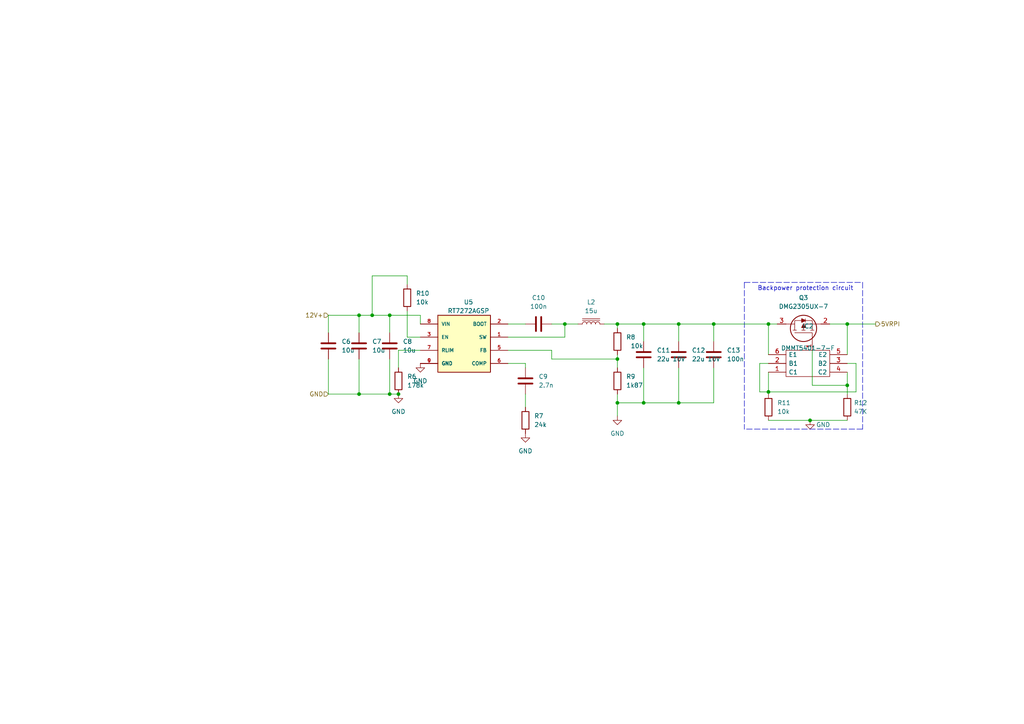
<source format=kicad_sch>
(kicad_sch (version 20211123) (generator eeschema)
  (paper "A4")
  (lib_symbols
    (symbol "Device:C" (pin_numbers hide) (pin_names (offset 0.254))
      (property "Reference" "C" (at 0.635 2.54 0))
      (property "Value" "C" (at 0.635 -2.54 0))
      (symbol "C_0_1"
        (polyline (pts (xy -2.032 -0.762) (xy 2.032 -0.762)) (stroke (width 0.508)))
        (polyline (pts (xy -2.032 0.762) (xy 2.032 0.762)) (stroke (width 0.508)))
      )
      (symbol "C_1_1"
        (pin passive line (at 0 3.81 270) (length 2.794) (name "~") (number "1"))
        (pin passive line (at 0 -3.81 90) (length 2.794) (name "~") (number "2"))
      )
    )
    (symbol "Device:L_Iron" (pin_numbers hide) (pin_names (offset 1.016) hide)
      (property "Reference" "L" (at -1.27 0 90))
      (property "Value" "L_Iron" (at 2.794 0 90))
      (symbol "L_Iron_0_1"
        (arc (start 0 -2.54) (mid 0.635 -1.905) (end 0 -1.27))
        (arc (start 0 -1.27) (mid 0.635 -0.635) (end 0 0))
        (polyline (pts (xy 1.016 2.54) (xy 1.016 -2.54)))
        (polyline (pts (xy 1.524 -2.54) (xy 1.524 2.54)))
        (arc (start 0 0) (mid 0.635 0.635) (end 0 1.27))
        (arc (start 0 1.27) (mid 0.635 1.905) (end 0 2.54))
      )
      (symbol "L_Iron_1_1"
        (pin passive line (at 0 3.81 270) (length 1.27) (name "1") (number "1"))
        (pin passive line (at 0 -3.81 90) (length 1.27) (name "2") (number "2"))
      )
    )
    (symbol "Device:R" (pin_numbers hide) (pin_names (offset 0))
      (property "Reference" "R" (at 2.032 0 90))
      (property "Value" "R" (at 0 0 90))
      (symbol "R_0_1"
        (rectangle (start -1.016 -2.54) (end 1.016 2.54) (stroke (width 0.254)))
      )
      (symbol "R_1_1"
        (pin passive line (at 0 3.81 270) (length 1.27) (name "~") (number "1"))
        (pin passive line (at 0 -3.81 90) (length 1.27) (name "~") (number "2"))
      )
    )
    (symbol "RT7272AGSP:RT7272AGSP" (pin_names (offset 1.016))
      (property "Reference" "U?" (at 0 13.97 0))
      (property "Value" "RT7272AGSP" (at 0 11.43 0))
      (symbol "RT7272AGSP_0_0"
        (rectangle (start -8.89 10.16) (end 6.35 -6.35) (stroke (width 0.254)) (fill (type background)))
        (pin output line (at 11.43 3.81 180) (length 5.08) (name "SW") (number "1"))
        (pin input line (at 11.43 7.62 180) (length 5.08) (name "BOOT") (number "2"))
        (pin input line (at -13.97 3.81 0) (length 5.08) (name "EN") (number "3"))
        (pin power_in line (at -13.97 -3.81 0) (length 5.08) (name "GND") (number "4"))
        (pin input line (at 11.43 0 180) (length 5.08) (name "FB") (number "5"))
        (pin passive line (at 11.43 -3.81 180) (length 5.08) (name "COMP") (number "6"))
        (pin passive line (at -13.97 0 0) (length 5.08) (name "RLIM") (number "7"))
        (pin input line (at -13.97 7.62 0) (length 5.08) (name "VIN") (number "8"))
        (pin power_in line (at -13.97 -3.81 0) (length 5.08) (name "GND") (number "9"))
      )
    )
    (symbol "SamacSys_Parts:DMG2305UX-7" (pin_names (offset 0.762))
      (property "Reference" "Q" (at 11.43 3.81 0))
      (property "Value" "DMG2305UX-7" (at 11.43 1.27 0))
      (symbol "DMG2305UX-7_0_0"
        (pin passive line (at 0 0 0) (length 2.54) (name "~") (number "1"))
        (pin passive line (at 7.62 -5.08 90) (length 2.54) (name "~") (number "2"))
        (pin passive line (at 7.62 10.16 270) (length 2.54) (name "~") (number "3"))
      )
      (symbol "DMG2305UX-7_0_1"
        (polyline (pts (xy 5.842 -0.508) (xy 5.842 0.508)) (stroke (width 0.1524)))
        (polyline (pts (xy 5.842 0) (xy 7.62 0)) (stroke (width 0.1524)))
        (polyline (pts (xy 5.842 2.032) (xy 5.842 3.048)) (stroke (width 0.1524)))
        (polyline (pts (xy 5.842 5.588) (xy 5.842 4.572)) (stroke (width 0.1524)))
        (polyline (pts (xy 7.62 2.54) (xy 5.842 2.54)) (stroke (width 0.1524)))
        (polyline (pts (xy 7.62 2.54) (xy 7.62 -2.54)) (stroke (width 0.1524)))
        (polyline (pts (xy 7.62 5.08) (xy 5.842 5.08)) (stroke (width 0.1524)))
        (polyline (pts (xy 7.62 5.08) (xy 7.62 7.62)) (stroke (width 0.1524)))
        (polyline (pts (xy 8.128 2.032) (xy 9.144 2.032)) (stroke (width 0.1524)))
        (polyline (pts (xy 2.54 0) (xy 5.08 0) (xy 5.08 5.08)) (stroke (width 0.1524)))
        (polyline (pts (xy 8.636 2.032) (xy 8.636 0) (xy 7.62 0)) (stroke (width 0.1524)))
        (polyline (pts (xy 8.636 3.048) (xy 8.636 5.08) (xy 7.62 5.08)) (stroke (width 0.1524)))
        (polyline (pts (xy 7.62 2.54) (xy 6.604 3.048) (xy 6.604 2.032) (xy 7.62 2.54)) (stroke (width 0.254)) (fill (type outline)))
        (polyline (pts (xy 8.636 2.032) (xy 8.128 3.048) (xy 9.144 3.048) (xy 8.636 2.032)) (stroke (width 0.254)) (fill (type outline)))
        (circle (center 6.35 2.54) (radius 3.81) (stroke (width 0.254)))
      )
    )
    (symbol "SamacSys_Parts:DMMT5401-7-F" (pin_names (offset 0.762))
      (property "Reference" "IC?" (at 11.43 8.255 0))
      (property "Value" "DMMT5401-7-F" (at 11.43 5.715 0))
      (symbol "DMMT5401-7-F_0_0"
        (pin passive line (at 0 -5.08 0) (length 5.08) (name "C1") (number "1"))
        (pin passive line (at 0 -2.54 0) (length 5.08) (name "B1") (number "2"))
        (pin passive line (at 22.86 -2.54 180) (length 5.08) (name "B2") (number "3"))
        (pin passive line (at 22.86 -5.08 180) (length 5.08) (name "C2") (number "4"))
        (pin passive line (at 22.86 0 180) (length 5.08) (name "E2") (number "5"))
        (pin passive line (at 0 0 0) (length 5.08) (name "E1") (number "6"))
      )
      (symbol "DMMT5401-7-F_0_1"
        (polyline (pts (xy 5.08 1.27) (xy 17.78 1.27) (xy 17.78 -6.35) (xy 5.08 -6.35) (xy 5.08 1.27)) (stroke (width 0.1524)))
      )
    )
    (symbol "power:GND" (power) (pin_names (offset 0))
      (property "Value" "GND" (at 0 -3.81 0))
      (symbol "GND_0_1"
        (polyline (pts (xy 0 0) (xy 0 -1.27) (xy 1.27 -1.27) (xy 0 -2.54) (xy -1.27 -1.27) (xy 0 -1.27)))
      )
      (symbol "GND_1_1"
        (pin power_in line (at 0 0 270) (length 0) hide (name "GND") (number "1"))
      )
    )
  )
  (junction (at 115.57 114.3))
  (junction (at 234.95 121.92))
  (junction (at 104.14 114.3))
  (junction (at 245.745 111.76))
  (junction (at 179.07 116.84))
  (junction (at 179.07 104.14))
  (junction (at 113.03 91.44))
  (junction (at 196.85 116.84))
  (junction (at 104.14 91.44))
  (junction (at 113.03 114.3))
  (junction (at 186.69 116.84))
  (junction (at 222.885 93.98))
  (junction (at 245.745 93.98))
  (junction (at 196.85 93.98))
  (junction (at 222.885 113.665))
  (junction (at 186.69 93.98))
  (junction (at 207.01 93.98))
  (junction (at 107.95 91.44))
  (junction (at 163.83 93.98))
  (junction (at 179.07 93.98))
  (wire (pts (xy 104.14 96.52) (xy 104.14 91.44)))
  (wire (pts (xy 113.03 114.3) (xy 115.57 114.3)))
  (wire (pts (xy 95.25 91.44) (xy 95.25 96.52)))
  (wire (pts (xy 179.07 120.65) (xy 179.07 116.84)))
  (wire (pts (xy 163.83 97.79) (xy 163.83 93.98)))
  (wire (pts (xy 179.07 93.98) (xy 186.69 93.98)))
  (wire (pts (xy 118.11 90.17) (xy 118.11 97.79)))
  (wire (pts (xy 160.02 104.14) (xy 179.07 104.14)))
  (wire (pts (xy 179.07 116.84) (xy 186.69 116.84)))
  (wire (pts (xy 95.25 104.14) (xy 95.25 114.3)))
  (wire (pts (xy 248.285 105.41) (xy 248.285 113.665)))
  (wire (pts (xy 118.11 80.01) (xy 107.95 80.01)))
  (wire (pts (xy 196.85 99.06) (xy 196.85 93.98)))
  (wire (pts (xy 186.69 116.84) (xy 196.85 116.84)))
  (wire (pts (xy 113.03 96.52) (xy 113.03 91.44)))
  (wire (pts (xy 121.92 93.98) (xy 121.92 91.44)))
  (wire (pts (xy 147.32 105.41) (xy 152.4 105.41)))
  (wire (pts (xy 186.69 99.06) (xy 186.69 93.98)))
  (wire (pts (xy 163.83 93.98) (xy 167.64 93.98)))
  (wire (pts (xy 147.32 93.98) (xy 152.4 93.98)))
  (wire (pts (xy 240.665 93.98) (xy 245.745 93.98)))
  (wire (pts (xy 235.585 111.76) (xy 245.745 111.76)))
  (wire (pts (xy 104.14 114.3) (xy 113.03 114.3)))
  (wire (pts (xy 121.92 101.6) (xy 115.57 101.6)))
  (wire (pts (xy 207.01 93.98) (xy 222.885 93.98)))
  (wire (pts (xy 179.07 104.14) (xy 179.07 106.68)))
  (wire (pts (xy 107.95 91.44) (xy 113.03 91.44)))
  (wire (pts (xy 222.885 93.98) (xy 222.885 102.87)))
  (wire (pts (xy 220.345 113.665) (xy 222.885 113.665)))
  (wire (pts (xy 95.25 114.3) (xy 104.14 114.3)))
  (wire (pts (xy 222.885 105.41) (xy 220.345 105.41)))
  (polyline (pts (xy 215.9 81.915) (xy 215.9 124.46)))
  (wire (pts (xy 220.345 105.41) (xy 220.345 113.665)))
  (wire (pts (xy 222.885 107.95) (xy 222.885 113.665)))
  (wire (pts (xy 179.07 104.14) (xy 179.07 102.87)))
  (wire (pts (xy 118.11 97.79) (xy 121.92 97.79)))
  (wire (pts (xy 115.57 101.6) (xy 115.57 106.68)))
  (wire (pts (xy 245.745 93.98) (xy 254 93.98)))
  (polyline (pts (xy 250.19 124.46) (xy 215.9 124.46)))
  (wire (pts (xy 104.14 91.44) (xy 95.25 91.44)))
  (wire (pts (xy 160.02 101.6) (xy 160.02 104.14)))
  (wire (pts (xy 118.11 82.55) (xy 118.11 80.01)))
  (wire (pts (xy 222.885 121.92) (xy 234.95 121.92)))
  (wire (pts (xy 235.585 101.6) (xy 235.585 111.76)))
  (wire (pts (xy 245.745 93.98) (xy 245.745 102.87)))
  (wire (pts (xy 179.07 95.25) (xy 179.07 93.98)))
  (wire (pts (xy 207.01 99.06) (xy 207.01 93.98)))
  (wire (pts (xy 245.745 111.76) (xy 245.745 114.3)))
  (wire (pts (xy 179.07 93.98) (xy 175.26 93.98)))
  (wire (pts (xy 207.01 93.98) (xy 196.85 93.98)))
  (wire (pts (xy 179.07 116.84) (xy 179.07 114.3)))
  (wire (pts (xy 207.01 106.68) (xy 207.01 116.84)))
  (wire (pts (xy 234.95 121.92) (xy 245.745 121.92)))
  (wire (pts (xy 245.745 105.41) (xy 248.285 105.41)))
  (wire (pts (xy 196.85 93.98) (xy 186.69 93.98)))
  (wire (pts (xy 152.4 114.3) (xy 152.4 118.11)))
  (wire (pts (xy 245.745 107.95) (xy 245.745 111.76)))
  (wire (pts (xy 196.85 106.68) (xy 196.85 116.84)))
  (wire (pts (xy 107.95 80.01) (xy 107.95 91.44)))
  (wire (pts (xy 222.885 93.98) (xy 225.425 93.98)))
  (polyline (pts (xy 215.9 81.915) (xy 250.19 81.915)))
  (wire (pts (xy 152.4 105.41) (xy 152.4 106.68)))
  (wire (pts (xy 147.32 101.6) (xy 160.02 101.6)))
  (polyline (pts (xy 250.19 81.915) (xy 250.19 124.46)))
  (wire (pts (xy 186.69 106.68) (xy 186.69 116.84)))
  (wire (pts (xy 121.92 91.44) (xy 113.03 91.44)))
  (wire (pts (xy 104.14 104.14) (xy 104.14 114.3)))
  (wire (pts (xy 222.885 113.665) (xy 222.885 114.3)))
  (wire (pts (xy 104.14 91.44) (xy 107.95 91.44)))
  (wire (pts (xy 248.285 113.665) (xy 222.885 113.665)))
  (wire (pts (xy 147.32 97.79) (xy 163.83 97.79)))
  (wire (pts (xy 196.85 116.84) (xy 207.01 116.84)))
  (wire (pts (xy 113.03 104.14) (xy 113.03 114.3)))
  (wire (pts (xy 160.02 93.98) (xy 163.83 93.98)))
  (text "Backpower protection circuit" (at 219.71 84.455 0) (effects (font (size 1.27 1.27)) (justify left bottom)))
  (hierarchical_label "5VRPI" (shape output) (at 254 93.98 0))
  (hierarchical_label "12V+" (shape input) (at 95.25 91.44 180))
  (hierarchical_label "GND" (shape input) (at 95.25 114.3 180))
  (symbol (lib_id "Device:R") (at 245.745 118.11 0) (unit 1)
    (property "Reference" "R12" (at 247.65 116.8399 0) (effects (justify left)))
    (property "Value" "47K" (at 247.65 119.3799 0) (effects (justify left)))
    (property "Footprint" "Resistor_SMD:R_1206_3216Metric_Pad1.30x1.75mm_HandSolder" (effects hide))
  )
  (symbol (lib_id "SamacSys_Parts:DMG2305UX-7") (at 235.585 101.6 90) (unit 1)
    (property "Reference" "Q3" (at 233.045 86.36 90))
    (property "Value" "DMG2305UX-7" (at 233.045 88.9 90))
    (property "Footprint" "Snapeda:SOT91P240X110-3N_DMG2305UX-7" (effects hide))
    (property "Datasheet" "https://www.diodes.com/assets/Datasheets/DMG2305UX.pdf" (effects hide))
    (property "Description" "MOSFET P-Ch 20V 5A Enhancement SOT23 Diodes Inc DMG2305UX-7 P-channel MOSFET Transistor, -3.3 A, -20 V, 3-Pin SOT-23" (effects hide))
    (property "Height" "1.1" (effects hide))
    (property "Mouser Part Number" "621-DMG2305UX-7" (effects hide))
    (property "Mouser Price/Stock" "https://www.mouser.co.uk/ProductDetail/Diodes-Incorporated/DMG2305UX-7?qs=L1DZKBg7t5F%2FNBHrjfxC%252Bg%3D%3D" (effects hide))
    (property "Manufacturer_Name" "Diodes Inc." (effects hide))
    (property "Manufacturer_Part_Number" "DMG2305UX-7" (effects hide))
  )
  (symbol (lib_id "Device:R") (at 118.11 86.36 0) (unit 1)
    (property "Reference" "R10" (at 120.65 85.0899 0) (effects (justify left)))
    (property "Value" "10k" (at 120.65 87.6299 0) (effects (justify left)))
    (property "Footprint" "Resistor_SMD:R_1206_3216Metric_Pad1.30x1.75mm_HandSolder" (effects hide))
  )
  (symbol (lib_id "Device:R") (at 152.4 121.92 0) (unit 1)
    (property "Reference" "R7" (at 154.94 120.6499 0) (effects (justify left)))
    (property "Value" "24k" (at 154.94 123.1899 0) (effects (justify left)))
    (property "Footprint" "Resistor_SMD:R_1206_3216Metric_Pad1.30x1.75mm_HandSolder" (effects hide))
  )
  (symbol (lib_id "Device:R") (at 115.57 110.49 0) (unit 1)
    (property "Reference" "R6" (at 118.11 109.2199 0) (effects (justify left)))
    (property "Value" "178k" (at 118.11 111.7599 0) (effects (justify left)))
    (property "Footprint" "Resistor_SMD:R_1206_3216Metric_Pad1.30x1.75mm_HandSolder" (effects hide))
  )
  (symbol (lib_id "Device:R") (at 222.885 118.11 0) (unit 1)
    (property "Reference" "R11" (at 225.425 116.8399 0) (effects (justify left)))
    (property "Value" "10k" (at 225.425 119.3799 0) (effects (justify left)))
    (property "Footprint" "Resistor_SMD:R_1206_3216Metric_Pad1.30x1.75mm_HandSolder" (effects hide))
  )
  (symbol (lib_id "Device:C") (at 186.69 102.87 180) (unit 1)
    (property "Reference" "C11" (at 190.5 101.5999 0) (effects (justify right)))
    (property "Value" "22u 10V" (at 190.5 104.1399 0) (effects (justify right)))
    (property "Footprint" "Capacitor_SMD:C_1206_3216Metric_Pad1.33x1.80mm_HandSolder" (effects hide))
  )
  (symbol (lib_id "Device:C") (at 95.25 100.33 0) (unit 1)
    (property "Reference" "C6" (at 99.06 99.0599 0) (effects (justify left)))
    (property "Value" "10u" (at 99.06 101.5999 0) (effects (justify left)))
    (property "Footprint" "Capacitor_SMD:C_1206_3216Metric_Pad1.33x1.80mm_HandSolder" (effects hide))
  )
  (symbol (lib_id "Device:C") (at 207.01 102.87 180) (unit 1)
    (property "Reference" "C13" (at 210.82 101.5999 0) (effects (justify right)))
    (property "Value" "100n" (at 210.82 104.1399 0) (effects (justify right)))
    (property "Footprint" "Capacitor_SMD:C_1206_3216Metric_Pad1.33x1.80mm_HandSolder" (effects hide))
  )
  (symbol (lib_id "Device:C") (at 104.14 100.33 0) (unit 1)
    (property "Reference" "C7" (at 107.95 99.0599 0) (effects (justify left)))
    (property "Value" "10u" (at 107.95 101.5999 0) (effects (justify left)))
    (property "Footprint" "Capacitor_SMD:C_1206_3216Metric_Pad1.33x1.80mm_HandSolder" (effects hide))
  )
  (symbol (lib_id "power:GND") (at 234.95 121.92 0) (unit 1)
    (property "Reference" "#PWR0116" (effects hide))
    (property "Value" "GND" (at 238.76 123.19 0))
  )
  (symbol (lib_id "RT7272AGSP:RT7272AGSP") (at 135.89 101.6 0) (unit 1)
    (property "Reference" "U5" (at 135.89 87.63 0))
    (property "Value" "RT7272AGSP" (at 135.89 90.17 0))
    (property "Footprint" "Snapeda:SOIC127P599X175-9N" (effects hide))
    (property "MAXIMUM_PACKAGE_HEIGHT" "1.753 mm" (effects hide))
    (property "STANDARD" "IPC-7351B" (effects hide))
    (property "PARTREV" "June 2015" (effects hide))
    (property "MANUFACTURER" "Richtek USA Inc." (effects hide))
  )
  (symbol (lib_id "power:GND") (at 179.07 120.65 0) (unit 1)
    (property "Reference" "#PWR0119" (effects hide))
    (property "Value" "GND" (at 179.07 125.73 0))
  )
  (symbol (lib_id "power:GND") (at 121.92 105.41 0) (unit 1)
    (property "Reference" "#PWR0115" (effects hide))
    (property "Value" "GND" (at 121.92 110.49 0))
  )
  (symbol (lib_id "Device:C") (at 152.4 110.49 180) (unit 1)
    (property "Reference" "C9" (at 156.21 109.2199 0) (effects (justify right)))
    (property "Value" "2.7n" (at 156.21 111.7599 0) (effects (justify right)))
    (property "Footprint" "Capacitor_SMD:C_1206_3216Metric_Pad1.33x1.80mm_HandSolder" (effects hide))
  )
  (symbol (lib_id "SamacSys_Parts:DMMT5401-7-F") (at 222.885 102.87 0) (unit 1)
    (property "Reference" "IC2" (at 234.315 94.615 0))
    (property "Value" "DMMT5401-7-F" (at 234.315 100.965 0))
    (property "Footprint" "SmacSYs:SOT95P285X140-6N" (effects hide))
    (property "Datasheet" "https://datasheet.datasheetarchive.com/originals/distributors/Datasheets-9/DSA-164366.pdf" (effects hide))
    (property "Description" "Transistor Dual PNP 150V 0.2A SOT26-6 Diodes Inc DMMT5401-7-F Dual PNP Bipolar Transistor, -200 mA, -150 V, 6-Pin SOT-26" (effects hide))
    (property "Height" "1.4" (effects hide))
    (property "Mouser Part Number" "621-DMMT5401-7-F" (effects hide))
    (property "Mouser Price/Stock" "https://www.mouser.co.uk/ProductDetail/Diodes-Incorporated/DMMT5401-7-F?qs=hiZRsJxw0h3f7LzTPwvEFQ%3D%3D" (effects hide))
    (property "Manufacturer_Name" "Diodes Inc." (effects hide))
    (property "Manufacturer_Part_Number" "DMMT5401-7-F" (effects hide))
  )
  (symbol (lib_id "Device:C") (at 196.85 102.87 180) (unit 1)
    (property "Reference" "C12" (at 200.66 101.5999 0) (effects (justify right)))
    (property "Value" "22u 10V" (at 200.66 104.1399 0) (effects (justify right)))
    (property "Footprint" "Capacitor_SMD:C_1206_3216Metric_Pad1.33x1.80mm_HandSolder" (effects hide))
  )
  (symbol (lib_id "Device:R") (at 179.07 99.06 0) (unit 1)
    (property "Reference" "R8" (at 181.61 97.7899 0) (effects (justify left)))
    (property "Value" "10k" (at 182.88 100.3299 0) (effects (justify left)))
    (property "Footprint" "Resistor_SMD:R_1206_3216Metric_Pad1.30x1.75mm_HandSolder" (effects hide))
  )
  (symbol (lib_id "Device:R") (at 179.07 110.49 0) (unit 1)
    (property "Reference" "R9" (at 181.61 109.2199 0) (effects (justify left)))
    (property "Value" "1k87" (at 181.61 111.7599 0) (effects (justify left)))
    (property "Footprint" "Resistor_SMD:R_1206_3216Metric_Pad1.30x1.75mm_HandSolder" (effects hide))
  )
  (symbol (lib_id "power:GND") (at 152.4 125.73 0) (unit 1)
    (property "Reference" "#PWR0118" (effects hide))
    (property "Value" "GND" (at 152.4 130.81 0))
  )
  (symbol (lib_id "Device:C") (at 156.21 93.98 90) (unit 1)
    (property "Reference" "C10" (at 156.21 86.36 90))
    (property "Value" "100n" (at 156.21 88.9 90))
    (property "Footprint" "Capacitor_SMD:C_1206_3216Metric_Pad1.33x1.80mm_HandSolder" (effects hide))
  )
  (symbol (lib_id "Device:C") (at 113.03 100.33 0) (unit 1)
    (property "Reference" "C8" (at 116.84 99.0599 0) (effects (justify left)))
    (property "Value" "10u" (at 116.84 101.5999 0) (effects (justify left)))
    (property "Footprint" "Capacitor_SMD:C_1206_3216Metric_Pad1.33x1.80mm_HandSolder" (effects hide))
  )
  (symbol (lib_id "Device:L_Iron") (at 171.45 93.98 90) (unit 1)
    (property "Reference" "L2" (at 171.45 87.63 90))
    (property "Value" "15u" (at 171.45 90.17 90))
    (property "Footprint" "Inductor_SMD:L_1206_3216Metric_Pad1.22x1.90mm_HandSolder" (effects hide))
  )
  (symbol (lib_id "power:GND") (at 115.57 114.3 0) (unit 1)
    (property "Reference" "#PWR0117" (effects hide))
    (property "Value" "GND" (at 115.57 119.38 0))
  )
)
</source>
